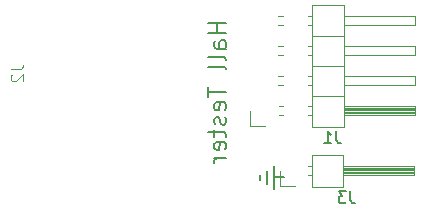
<source format=gbr>
%TF.GenerationSoftware,KiCad,Pcbnew,8.0.6*%
%TF.CreationDate,2025-01-04T22:08:09+01:00*%
%TF.ProjectId,hall-tester,68616c6c-2d74-4657-9374-65722e6b6963,rev?*%
%TF.SameCoordinates,Original*%
%TF.FileFunction,Legend,Bot*%
%TF.FilePolarity,Positive*%
%FSLAX46Y46*%
G04 Gerber Fmt 4.6, Leading zero omitted, Abs format (unit mm)*
G04 Created by KiCad (PCBNEW 8.0.6) date 2025-01-04 22:08:09*
%MOMM*%
%LPD*%
G01*
G04 APERTURE LIST*
%ADD10C,0.200000*%
%ADD11C,0.150000*%
%ADD12C,0.100000*%
%ADD13C,0.120000*%
G04 APERTURE END LIST*
D10*
X102149028Y-61113720D02*
X100649028Y-61113720D01*
X101363314Y-61113720D02*
X101363314Y-61970863D01*
X102149028Y-61970863D02*
X100649028Y-61970863D01*
X102149028Y-63328007D02*
X101363314Y-63328007D01*
X101363314Y-63328007D02*
X101220457Y-63256578D01*
X101220457Y-63256578D02*
X101149028Y-63113721D01*
X101149028Y-63113721D02*
X101149028Y-62828007D01*
X101149028Y-62828007D02*
X101220457Y-62685149D01*
X102077600Y-63328007D02*
X102149028Y-63185149D01*
X102149028Y-63185149D02*
X102149028Y-62828007D01*
X102149028Y-62828007D02*
X102077600Y-62685149D01*
X102077600Y-62685149D02*
X101934742Y-62613721D01*
X101934742Y-62613721D02*
X101791885Y-62613721D01*
X101791885Y-62613721D02*
X101649028Y-62685149D01*
X101649028Y-62685149D02*
X101577600Y-62828007D01*
X101577600Y-62828007D02*
X101577600Y-63185149D01*
X101577600Y-63185149D02*
X101506171Y-63328007D01*
X102149028Y-64256578D02*
X102077600Y-64113721D01*
X102077600Y-64113721D02*
X101934742Y-64042292D01*
X101934742Y-64042292D02*
X100649028Y-64042292D01*
X102149028Y-65042292D02*
X102077600Y-64899435D01*
X102077600Y-64899435D02*
X101934742Y-64828006D01*
X101934742Y-64828006D02*
X100649028Y-64828006D01*
X100649028Y-66542292D02*
X100649028Y-67399435D01*
X102149028Y-66970863D02*
X100649028Y-66970863D01*
X102077600Y-68470863D02*
X102149028Y-68328006D01*
X102149028Y-68328006D02*
X102149028Y-68042292D01*
X102149028Y-68042292D02*
X102077600Y-67899434D01*
X102077600Y-67899434D02*
X101934742Y-67828006D01*
X101934742Y-67828006D02*
X101363314Y-67828006D01*
X101363314Y-67828006D02*
X101220457Y-67899434D01*
X101220457Y-67899434D02*
X101149028Y-68042292D01*
X101149028Y-68042292D02*
X101149028Y-68328006D01*
X101149028Y-68328006D02*
X101220457Y-68470863D01*
X101220457Y-68470863D02*
X101363314Y-68542292D01*
X101363314Y-68542292D02*
X101506171Y-68542292D01*
X101506171Y-68542292D02*
X101649028Y-67828006D01*
X102077600Y-69113720D02*
X102149028Y-69256577D01*
X102149028Y-69256577D02*
X102149028Y-69542291D01*
X102149028Y-69542291D02*
X102077600Y-69685148D01*
X102077600Y-69685148D02*
X101934742Y-69756577D01*
X101934742Y-69756577D02*
X101863314Y-69756577D01*
X101863314Y-69756577D02*
X101720457Y-69685148D01*
X101720457Y-69685148D02*
X101649028Y-69542291D01*
X101649028Y-69542291D02*
X101649028Y-69328006D01*
X101649028Y-69328006D02*
X101577600Y-69185148D01*
X101577600Y-69185148D02*
X101434742Y-69113720D01*
X101434742Y-69113720D02*
X101363314Y-69113720D01*
X101363314Y-69113720D02*
X101220457Y-69185148D01*
X101220457Y-69185148D02*
X101149028Y-69328006D01*
X101149028Y-69328006D02*
X101149028Y-69542291D01*
X101149028Y-69542291D02*
X101220457Y-69685148D01*
X101149028Y-70185149D02*
X101149028Y-70756577D01*
X100649028Y-70399434D02*
X101934742Y-70399434D01*
X101934742Y-70399434D02*
X102077600Y-70470863D01*
X102077600Y-70470863D02*
X102149028Y-70613720D01*
X102149028Y-70613720D02*
X102149028Y-70756577D01*
X102077600Y-71828006D02*
X102149028Y-71685149D01*
X102149028Y-71685149D02*
X102149028Y-71399435D01*
X102149028Y-71399435D02*
X102077600Y-71256577D01*
X102077600Y-71256577D02*
X101934742Y-71185149D01*
X101934742Y-71185149D02*
X101363314Y-71185149D01*
X101363314Y-71185149D02*
X101220457Y-71256577D01*
X101220457Y-71256577D02*
X101149028Y-71399435D01*
X101149028Y-71399435D02*
X101149028Y-71685149D01*
X101149028Y-71685149D02*
X101220457Y-71828006D01*
X101220457Y-71828006D02*
X101363314Y-71899435D01*
X101363314Y-71899435D02*
X101506171Y-71899435D01*
X101506171Y-71899435D02*
X101649028Y-71185149D01*
X102149028Y-72542291D02*
X101149028Y-72542291D01*
X101434742Y-72542291D02*
X101291885Y-72613720D01*
X101291885Y-72613720D02*
X101220457Y-72685149D01*
X101220457Y-72685149D02*
X101149028Y-72828006D01*
X101149028Y-72828006D02*
X101149028Y-72970863D01*
X106173019Y-75147707D02*
X106173019Y-73242945D01*
X105601590Y-74766755D02*
X105601590Y-73623898D01*
X107030161Y-74195326D02*
X106173019Y-74195326D01*
X105030161Y-74004850D02*
X105030161Y-74385802D01*
D11*
X111463333Y-70304819D02*
X111463333Y-71019104D01*
X111463333Y-71019104D02*
X111510952Y-71161961D01*
X111510952Y-71161961D02*
X111606190Y-71257200D01*
X111606190Y-71257200D02*
X111749047Y-71304819D01*
X111749047Y-71304819D02*
X111844285Y-71304819D01*
X110463333Y-71304819D02*
X111034761Y-71304819D01*
X110749047Y-71304819D02*
X110749047Y-70304819D01*
X110749047Y-70304819D02*
X110844285Y-70447676D01*
X110844285Y-70447676D02*
X110939523Y-70542914D01*
X110939523Y-70542914D02*
X111034761Y-70590533D01*
X112668333Y-75384819D02*
X112668333Y-76099104D01*
X112668333Y-76099104D02*
X112715952Y-76241961D01*
X112715952Y-76241961D02*
X112811190Y-76337200D01*
X112811190Y-76337200D02*
X112954047Y-76384819D01*
X112954047Y-76384819D02*
X113049285Y-76384819D01*
X112287380Y-75384819D02*
X111668333Y-75384819D01*
X111668333Y-75384819D02*
X112001666Y-75765771D01*
X112001666Y-75765771D02*
X111858809Y-75765771D01*
X111858809Y-75765771D02*
X111763571Y-75813390D01*
X111763571Y-75813390D02*
X111715952Y-75861009D01*
X111715952Y-75861009D02*
X111668333Y-75956247D01*
X111668333Y-75956247D02*
X111668333Y-76194342D01*
X111668333Y-76194342D02*
X111715952Y-76289580D01*
X111715952Y-76289580D02*
X111763571Y-76337200D01*
X111763571Y-76337200D02*
X111858809Y-76384819D01*
X111858809Y-76384819D02*
X112144523Y-76384819D01*
X112144523Y-76384819D02*
X112239761Y-76337200D01*
X112239761Y-76337200D02*
X112287380Y-76289580D01*
D12*
X83912419Y-65071666D02*
X84626704Y-65071666D01*
X84626704Y-65071666D02*
X84769561Y-65024047D01*
X84769561Y-65024047D02*
X84864800Y-64928809D01*
X84864800Y-64928809D02*
X84912419Y-64785952D01*
X84912419Y-64785952D02*
X84912419Y-64690714D01*
X84007657Y-65500238D02*
X83960038Y-65547857D01*
X83960038Y-65547857D02*
X83912419Y-65643095D01*
X83912419Y-65643095D02*
X83912419Y-65881190D01*
X83912419Y-65881190D02*
X83960038Y-65976428D01*
X83960038Y-65976428D02*
X84007657Y-66024047D01*
X84007657Y-66024047D02*
X84102895Y-66071666D01*
X84102895Y-66071666D02*
X84198133Y-66071666D01*
X84198133Y-66071666D02*
X84340990Y-66024047D01*
X84340990Y-66024047D02*
X84912419Y-65452619D01*
X84912419Y-65452619D02*
X84912419Y-66071666D01*
D13*
%TO.C,J1*%
X112115000Y-60580000D02*
X118115000Y-60580000D01*
X118115000Y-60580000D02*
X118115000Y-61340000D01*
X112115000Y-63120000D02*
X118115000Y-63120000D01*
X118115000Y-63120000D02*
X118115000Y-63880000D01*
X112115000Y-65660000D02*
X118115000Y-65660000D01*
X118115000Y-65660000D02*
X118115000Y-66420000D01*
X112115000Y-68200000D02*
X118115000Y-68200000D01*
X118115000Y-68200000D02*
X118115000Y-68960000D01*
X112115000Y-69910000D02*
X112115000Y-59630000D01*
X118115000Y-61340000D02*
X112115000Y-61340000D01*
X118115000Y-63880000D02*
X112115000Y-63880000D01*
X118115000Y-66420000D02*
X112115000Y-66420000D01*
X118115000Y-68300000D02*
X112115000Y-68300000D01*
X118115000Y-68420000D02*
X112115000Y-68420000D01*
X118115000Y-68540000D02*
X112115000Y-68540000D01*
X118115000Y-68660000D02*
X112115000Y-68660000D01*
X118115000Y-68780000D02*
X112115000Y-68780000D01*
X118115000Y-68900000D02*
X112115000Y-68900000D01*
X118115000Y-68960000D02*
X112115000Y-68960000D01*
X109455000Y-69910000D02*
X112115000Y-69910000D01*
X112115000Y-59630000D02*
X109455000Y-59630000D01*
X112115000Y-62230000D02*
X109455000Y-62230000D01*
X112115000Y-64770000D02*
X109455000Y-64770000D01*
X112115000Y-67310000D02*
X109455000Y-67310000D01*
X109455000Y-59630000D02*
X109455000Y-69910000D01*
X109455000Y-60580000D02*
X109057929Y-60580000D01*
X109455000Y-61340000D02*
X109057929Y-61340000D01*
X109455000Y-63120000D02*
X109057929Y-63120000D01*
X109455000Y-63880000D02*
X109057929Y-63880000D01*
X109455000Y-65660000D02*
X109057929Y-65660000D01*
X109455000Y-66420000D02*
X109057929Y-66420000D01*
X109455000Y-68200000D02*
X109057929Y-68200000D01*
X109455000Y-68960000D02*
X109057929Y-68960000D01*
X106972071Y-68200000D02*
X106585000Y-68200000D01*
X106972071Y-68960000D02*
X106585000Y-68960000D01*
X106972071Y-60580000D02*
X106517929Y-60580000D01*
X106972071Y-61340000D02*
X106517929Y-61340000D01*
X106972071Y-63120000D02*
X106517929Y-63120000D01*
X106972071Y-63880000D02*
X106517929Y-63880000D01*
X106972071Y-65660000D02*
X106517929Y-65660000D01*
X106972071Y-66420000D02*
X106517929Y-66420000D01*
X104205000Y-69850000D02*
X104205000Y-68580000D01*
X105475000Y-69850000D02*
X104205000Y-69850000D01*
%TO.C,J3*%
X107950000Y-74930000D02*
X106680000Y-74930000D01*
X106680000Y-74930000D02*
X106680000Y-73660000D01*
X109390000Y-74040000D02*
X109060000Y-74040000D01*
X109390000Y-73280000D02*
X109060000Y-73280000D01*
X109390000Y-72330000D02*
X109390000Y-74990000D01*
X112050000Y-72330000D02*
X109390000Y-72330000D01*
X109390000Y-74990000D02*
X112050000Y-74990000D01*
X118050000Y-74040000D02*
X112050000Y-74040000D01*
X118050000Y-73980000D02*
X112050000Y-73980000D01*
X118050000Y-73860000D02*
X112050000Y-73860000D01*
X118050000Y-73740000D02*
X112050000Y-73740000D01*
X118050000Y-73620000D02*
X112050000Y-73620000D01*
X118050000Y-73500000D02*
X112050000Y-73500000D01*
X118050000Y-73380000D02*
X112050000Y-73380000D01*
X112050000Y-74990000D02*
X112050000Y-72330000D01*
X118050000Y-73280000D02*
X118050000Y-74040000D01*
X112050000Y-73280000D02*
X118050000Y-73280000D01*
%TD*%
M02*

</source>
